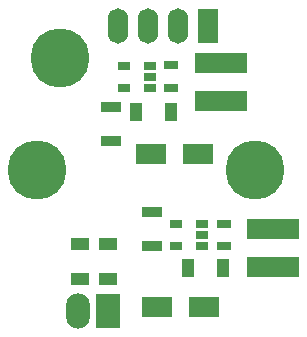
<source format=gbr>
G04 #@! TF.FileFunction,Soldermask,Top*
%FSLAX46Y46*%
G04 Gerber Fmt 4.6, Leading zero omitted, Abs format (unit mm)*
G04 Created by KiCad (PCBNEW 4.0.2-stable) date 3/13/2016 5:29:01 PM*
%MOMM*%
G01*
G04 APERTURE LIST*
%ADD10C,0.100000*%
%ADD11R,4.500000X1.750000*%
%ADD12R,1.000000X1.600000*%
%ADD13R,1.600000X1.000000*%
%ADD14R,1.727200X3.000000*%
%ADD15O,1.727200X3.000000*%
%ADD16R,2.032000X3.000000*%
%ADD17O,2.032000X3.000000*%
%ADD18R,1.700000X0.900000*%
%ADD19R,1.300000X0.700000*%
%ADD20R,1.060000X0.650000*%
%ADD21C,5.000000*%
%ADD22R,2.499360X1.800860*%
G04 APERTURE END LIST*
D10*
D11*
X160320000Y-66938000D03*
X160320000Y-70188000D03*
X164765000Y-81009000D03*
X164765000Y-84259000D03*
D12*
X157550000Y-84285000D03*
X160550000Y-84285000D03*
X153105000Y-71077000D03*
X156105000Y-71077000D03*
D13*
X150795000Y-82277000D03*
X150795000Y-85277000D03*
X148382000Y-82277000D03*
X148382000Y-85277000D03*
D14*
X159200000Y-63800000D03*
D15*
X156660000Y-63800000D03*
X154120000Y-63800000D03*
X151580000Y-63800000D03*
D16*
X150795000Y-87968000D03*
D17*
X148255000Y-87968000D03*
D18*
X154478000Y-79533000D03*
X154478000Y-82433000D03*
X151049000Y-70643000D03*
X151049000Y-73543000D03*
D19*
X160574000Y-80541000D03*
X160574000Y-82441000D03*
X156129000Y-67145000D03*
X156129000Y-69045000D03*
D20*
X158753000Y-82441000D03*
X158753000Y-81491000D03*
X158753000Y-80541000D03*
X156553000Y-80541000D03*
X156553000Y-82441000D03*
X154308000Y-69106000D03*
X154308000Y-68156000D03*
X154308000Y-67206000D03*
X152108000Y-67206000D03*
X152108000Y-69106000D03*
D21*
X144750000Y-76000000D03*
X163250000Y-76000000D03*
X146750000Y-66500000D03*
D22*
X154892020Y-87587000D03*
X158889980Y-87587000D03*
X154384020Y-74633000D03*
X158381980Y-74633000D03*
M02*

</source>
